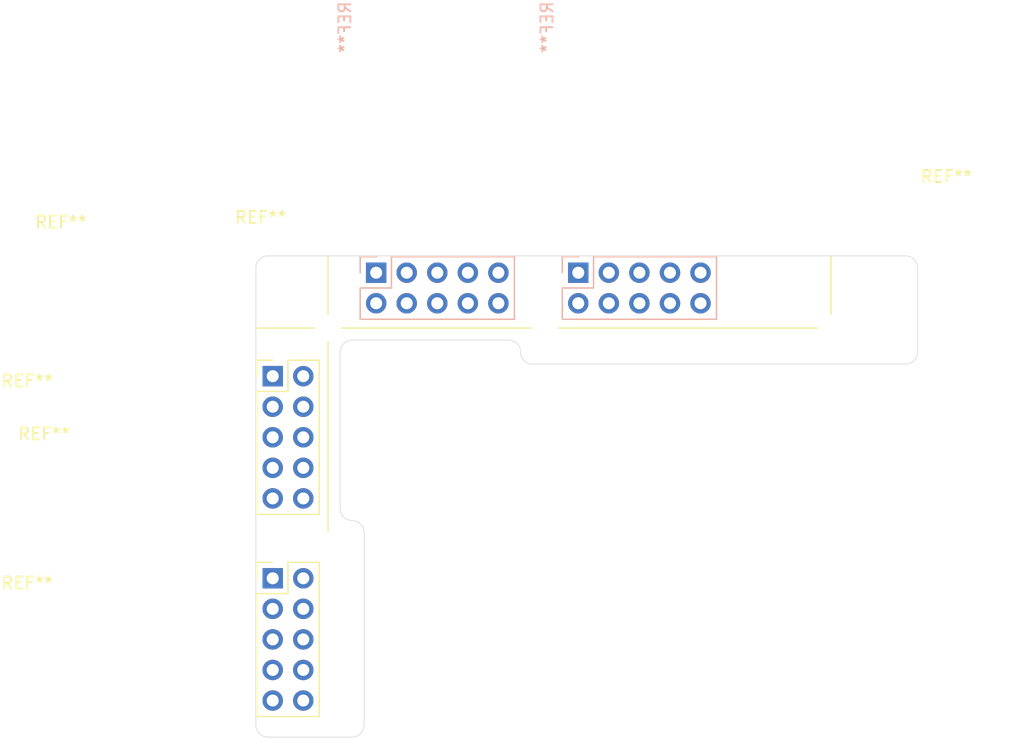
<source format=kicad_pcb>
(kicad_pcb (version 20171130) (host pcbnew 5.1.5-52549c5~84~ubuntu16.04.1)

  (general
    (thickness 1.6)
    (drawings 33)
    (tracks 0)
    (zones 0)
    (modules 8)
    (nets 1)
  )

  (page A4)
  (layers
    (0 F.Cu signal)
    (31 B.Cu signal)
    (32 B.Adhes user)
    (33 F.Adhes user)
    (34 B.Paste user)
    (35 F.Paste user)
    (36 B.SilkS user)
    (37 F.SilkS user)
    (38 B.Mask user)
    (39 F.Mask user)
    (40 Dwgs.User user)
    (41 Cmts.User user)
    (42 Eco1.User user)
    (43 Eco2.User user)
    (44 Edge.Cuts user)
    (45 Margin user)
    (46 B.CrtYd user)
    (47 F.CrtYd user)
    (48 B.Fab user)
    (49 F.Fab user)
  )

  (setup
    (last_trace_width 0.25)
    (trace_clearance 0.2)
    (zone_clearance 0.508)
    (zone_45_only no)
    (trace_min 0.2)
    (via_size 0.8)
    (via_drill 0.4)
    (via_min_size 0.4)
    (via_min_drill 0.3)
    (uvia_size 0.3)
    (uvia_drill 0.1)
    (uvias_allowed no)
    (uvia_min_size 0.2)
    (uvia_min_drill 0.1)
    (edge_width 0.05)
    (segment_width 0.2)
    (pcb_text_width 0.3)
    (pcb_text_size 1.5 1.5)
    (mod_edge_width 0.12)
    (mod_text_size 1 1)
    (mod_text_width 0.15)
    (pad_size 1.524 1.524)
    (pad_drill 0.762)
    (pad_to_mask_clearance 0.051)
    (solder_mask_min_width 0.25)
    (aux_axis_origin -394 -544)
    (grid_origin -394 -544)
    (visible_elements FFFFFF7F)
    (pcbplotparams
      (layerselection 0x010fc_ffffffff)
      (usegerberextensions false)
      (usegerberattributes false)
      (usegerberadvancedattributes false)
      (creategerberjobfile false)
      (excludeedgelayer true)
      (linewidth 0.100000)
      (plotframeref false)
      (viasonmask false)
      (mode 1)
      (useauxorigin false)
      (hpglpennumber 1)
      (hpglpenspeed 20)
      (hpglpendiameter 15.000000)
      (psnegative false)
      (psa4output false)
      (plotreference true)
      (plotvalue true)
      (plotinvisibletext false)
      (padsonsilk false)
      (subtractmaskfromsilk false)
      (outputformat 1)
      (mirror false)
      (drillshape 0)
      (scaleselection 1)
      (outputdirectory ""))
  )

  (net 0 "")

  (net_class Default "This is the default net class."
    (clearance 0.2)
    (trace_width 0.25)
    (via_dia 0.8)
    (via_drill 0.4)
    (uvia_dia 0.3)
    (uvia_drill 0.1)
  )

  (module MountingHole:MountingHole_2.2mm_M2 (layer F.Cu) (tedit 56D1B4CB) (tstamp 5E1AC4F6)
    (at -376 -544)
    (descr "Mounting Hole 2.2mm, no annular, M2")
    (tags "mounting hole 2.2mm no annular m2")
    (attr virtual)
    (fp_text reference REF** (at -23.6 -9.2) (layer F.SilkS)
      (effects (font (size 1 1) (thickness 0.15)))
    )
    (fp_text value MountingHole_2.2mm_M2 (at 0 3.2) (layer F.Fab)
      (effects (font (size 1 1) (thickness 0.15)))
    )
    (fp_text user %R (at 0.3 0) (layer F.Fab)
      (effects (font (size 1 1) (thickness 0.15)))
    )
    (fp_circle (center 0 0) (end 2.2 0) (layer Cmts.User) (width 0.15))
    (fp_circle (center 0 0) (end 2.45 0) (layer F.CrtYd) (width 0.05))
    (pad 1 np_thru_hole circle (at 0 0) (size 2.2 2.2) (drill 2.2) (layers *.Cu *.Mask))
  )

  (module Connector_PinHeader_2.54mm:PinHeader_2x05_P2.54mm_Vertical (layer F.Cu) (tedit 59FED5CC) (tstamp 5E1AC3F7)
    (at -398.6 -540)
    (descr "Through hole straight pin header, 2x05, 2.54mm pitch, double rows")
    (tags "Through hole pin header THT 2x05 2.54mm double row")
    (fp_text reference REF** (at -20.4 0.4) (layer F.SilkS)
      (effects (font (size 1 1) (thickness 0.15)))
    )
    (fp_text value PinHeader_2x05_P2.54mm_Vertical (at 1.27 9.95) (layer F.Fab)
      (effects (font (size 1 1) (thickness 0.15)))
    )
    (fp_line (start 0 -1.27) (end 3.81 -1.27) (layer F.Fab) (width 0.1))
    (fp_line (start 3.81 -1.27) (end 3.81 11.43) (layer F.Fab) (width 0.1))
    (fp_line (start 3.81 11.43) (end -1.27 11.43) (layer F.Fab) (width 0.1))
    (fp_line (start -1.27 11.43) (end -1.27 0) (layer F.Fab) (width 0.1))
    (fp_line (start -1.27 0) (end 0 -1.27) (layer F.Fab) (width 0.1))
    (fp_line (start -1.33 11.49) (end 3.87 11.49) (layer F.SilkS) (width 0.12))
    (fp_line (start -1.33 1.27) (end -1.33 11.49) (layer F.SilkS) (width 0.12))
    (fp_line (start 3.87 -1.33) (end 3.87 11.49) (layer F.SilkS) (width 0.12))
    (fp_line (start -1.33 1.27) (end 1.27 1.27) (layer F.SilkS) (width 0.12))
    (fp_line (start 1.27 1.27) (end 1.27 -1.33) (layer F.SilkS) (width 0.12))
    (fp_line (start 1.27 -1.33) (end 3.87 -1.33) (layer F.SilkS) (width 0.12))
    (fp_line (start -1.33 0) (end -1.33 -1.33) (layer F.SilkS) (width 0.12))
    (fp_line (start -1.33 -1.33) (end 0 -1.33) (layer F.SilkS) (width 0.12))
    (fp_line (start -1.8 -1.8) (end -1.8 11.95) (layer F.CrtYd) (width 0.05))
    (fp_line (start -1.8 11.95) (end 4.35 11.95) (layer F.CrtYd) (width 0.05))
    (fp_line (start 4.35 11.95) (end 4.35 -1.8) (layer F.CrtYd) (width 0.05))
    (fp_line (start 4.35 -1.8) (end -1.8 -1.8) (layer F.CrtYd) (width 0.05))
    (fp_text user %R (at 1.27 3.81 90) (layer F.Fab)
      (effects (font (size 1 1) (thickness 0.15)))
    )
    (pad 1 thru_hole rect (at 0 0) (size 1.7 1.7) (drill 1) (layers *.Cu *.Mask))
    (pad 2 thru_hole oval (at 2.54 0) (size 1.7 1.7) (drill 1) (layers *.Cu *.Mask))
    (pad 3 thru_hole oval (at 0 2.54) (size 1.7 1.7) (drill 1) (layers *.Cu *.Mask))
    (pad 4 thru_hole oval (at 2.54 2.54) (size 1.7 1.7) (drill 1) (layers *.Cu *.Mask))
    (pad 5 thru_hole oval (at 0 5.08) (size 1.7 1.7) (drill 1) (layers *.Cu *.Mask))
    (pad 6 thru_hole oval (at 2.54 5.08) (size 1.7 1.7) (drill 1) (layers *.Cu *.Mask))
    (pad 7 thru_hole oval (at 0 7.62) (size 1.7 1.7) (drill 1) (layers *.Cu *.Mask))
    (pad 8 thru_hole oval (at 2.54 7.62) (size 1.7 1.7) (drill 1) (layers *.Cu *.Mask))
    (pad 9 thru_hole oval (at 0 10.16) (size 1.7 1.7) (drill 1) (layers *.Cu *.Mask))
    (pad 10 thru_hole oval (at 2.54 10.16) (size 1.7 1.7) (drill 1) (layers *.Cu *.Mask))
    (model ${KISYS3DMOD}/Connector_PinHeader_2.54mm.3dshapes/PinHeader_2x05_P2.54mm_Vertical.wrl
      (at (xyz 0 0 0))
      (scale (xyz 1 1 1))
      (rotate (xyz 0 0 0))
    )
  )

  (module Connector_PinHeader_2.54mm:PinHeader_2x05_P2.54mm_Vertical (layer B.Cu) (tedit 59FED5CC) (tstamp 5E1AC397)
    (at -390 -548.6 270)
    (descr "Through hole straight pin header, 2x05, 2.54mm pitch, double rows")
    (tags "Through hole pin header THT 2x05 2.54mm double row")
    (fp_text reference REF** (at -20.4 2.6 270) (layer B.SilkS)
      (effects (font (size 1 1) (thickness 0.15)) (justify mirror))
    )
    (fp_text value PinHeader_2x05_P2.54mm_Vertical (at 1.27 -9.95 270) (layer B.Fab)
      (effects (font (size 1 1) (thickness 0.15)) (justify mirror))
    )
    (fp_line (start 0 1.27) (end 3.81 1.27) (layer B.Fab) (width 0.1))
    (fp_line (start 3.81 1.27) (end 3.81 -11.43) (layer B.Fab) (width 0.1))
    (fp_line (start 3.81 -11.43) (end -1.27 -11.43) (layer B.Fab) (width 0.1))
    (fp_line (start -1.27 -11.43) (end -1.27 0) (layer B.Fab) (width 0.1))
    (fp_line (start -1.27 0) (end 0 1.27) (layer B.Fab) (width 0.1))
    (fp_line (start -1.33 -11.49) (end 3.87 -11.49) (layer B.SilkS) (width 0.12))
    (fp_line (start -1.33 -1.27) (end -1.33 -11.49) (layer B.SilkS) (width 0.12))
    (fp_line (start 3.87 1.33) (end 3.87 -11.49) (layer B.SilkS) (width 0.12))
    (fp_line (start -1.33 -1.27) (end 1.27 -1.27) (layer B.SilkS) (width 0.12))
    (fp_line (start 1.27 -1.27) (end 1.27 1.33) (layer B.SilkS) (width 0.12))
    (fp_line (start 1.27 1.33) (end 3.87 1.33) (layer B.SilkS) (width 0.12))
    (fp_line (start -1.33 0) (end -1.33 1.33) (layer B.SilkS) (width 0.12))
    (fp_line (start -1.33 1.33) (end 0 1.33) (layer B.SilkS) (width 0.12))
    (fp_line (start -1.8 1.8) (end -1.8 -11.95) (layer B.CrtYd) (width 0.05))
    (fp_line (start -1.8 -11.95) (end 4.35 -11.95) (layer B.CrtYd) (width 0.05))
    (fp_line (start 4.35 -11.95) (end 4.35 1.8) (layer B.CrtYd) (width 0.05))
    (fp_line (start 4.35 1.8) (end -1.8 1.8) (layer B.CrtYd) (width 0.05))
    (fp_text user %R (at 1.27 -3.81) (layer B.Fab)
      (effects (font (size 1 1) (thickness 0.15)) (justify mirror))
    )
    (pad 1 thru_hole rect (at 0 0 270) (size 1.7 1.7) (drill 1) (layers *.Cu *.Mask))
    (pad 2 thru_hole oval (at 2.54 0 270) (size 1.7 1.7) (drill 1) (layers *.Cu *.Mask))
    (pad 3 thru_hole oval (at 0 -2.54 270) (size 1.7 1.7) (drill 1) (layers *.Cu *.Mask))
    (pad 4 thru_hole oval (at 2.54 -2.54 270) (size 1.7 1.7) (drill 1) (layers *.Cu *.Mask))
    (pad 5 thru_hole oval (at 0 -5.08 270) (size 1.7 1.7) (drill 1) (layers *.Cu *.Mask))
    (pad 6 thru_hole oval (at 2.54 -5.08 270) (size 1.7 1.7) (drill 1) (layers *.Cu *.Mask))
    (pad 7 thru_hole oval (at 0 -7.62 270) (size 1.7 1.7) (drill 1) (layers *.Cu *.Mask))
    (pad 8 thru_hole oval (at 2.54 -7.62 270) (size 1.7 1.7) (drill 1) (layers *.Cu *.Mask))
    (pad 9 thru_hole oval (at 0 -10.16 270) (size 1.7 1.7) (drill 1) (layers *.Cu *.Mask))
    (pad 10 thru_hole oval (at 2.54 -10.16 270) (size 1.7 1.7) (drill 1) (layers *.Cu *.Mask))
    (model ${KISYS3DMOD}/Connector_PinHeader_2.54mm.3dshapes/PinHeader_2x05_P2.54mm_Vertical.wrl
      (at (xyz 0 0 0))
      (scale (xyz 1 1 1))
      (rotate (xyz 0 0 0))
    )
  )

  (module MountingHole:MountingHole_2.2mm_M2 (layer F.Cu) (tedit 56D1B4CB) (tstamp 5E1AC25D)
    (at -394 -544)
    (descr "Mounting Hole 2.2mm, no annular, M2")
    (tags "mounting hole 2.2mm no annular m2")
    (attr virtual)
    (fp_text reference REF** (at -22.2 -8.8) (layer F.SilkS)
      (effects (font (size 1 1) (thickness 0.15)))
    )
    (fp_text value MountingHole_2.2mm_M2 (at 0 3.2) (layer F.Fab)
      (effects (font (size 1 1) (thickness 0.15)))
    )
    (fp_text user %R (at 0.3 0) (layer F.Fab)
      (effects (font (size 1 1) (thickness 0.15)))
    )
    (fp_circle (center 0 0) (end 2.2 0) (layer Cmts.User) (width 0.15))
    (fp_circle (center 0 0) (end 2.45 0) (layer F.CrtYd) (width 0.05))
    (pad 1 np_thru_hole circle (at 0 0) (size 2.2 2.2) (drill 2.2) (layers *.Cu *.Mask))
  )

  (module Connector_PinHeader_2.54mm:PinHeader_2x05_P2.54mm_Vertical (layer B.Cu) (tedit 59FED5CC) (tstamp 5E1AABEE)
    (at -373.2 -548.6 270)
    (descr "Through hole straight pin header, 2x05, 2.54mm pitch, double rows")
    (tags "Through hole pin header THT 2x05 2.54mm double row")
    (fp_text reference REF** (at -20.4 2.6 270) (layer B.SilkS)
      (effects (font (size 1 1) (thickness 0.15)) (justify mirror))
    )
    (fp_text value PinHeader_2x05_P2.54mm_Vertical (at 1.27 -9.95 270) (layer B.Fab)
      (effects (font (size 1 1) (thickness 0.15)) (justify mirror))
    )
    (fp_text user %R (at 1.27 -3.81) (layer B.Fab)
      (effects (font (size 1 1) (thickness 0.15)) (justify mirror))
    )
    (fp_line (start 4.35 1.8) (end -1.8 1.8) (layer B.CrtYd) (width 0.05))
    (fp_line (start 4.35 -11.95) (end 4.35 1.8) (layer B.CrtYd) (width 0.05))
    (fp_line (start -1.8 -11.95) (end 4.35 -11.95) (layer B.CrtYd) (width 0.05))
    (fp_line (start -1.8 1.8) (end -1.8 -11.95) (layer B.CrtYd) (width 0.05))
    (fp_line (start -1.33 1.33) (end 0 1.33) (layer B.SilkS) (width 0.12))
    (fp_line (start -1.33 0) (end -1.33 1.33) (layer B.SilkS) (width 0.12))
    (fp_line (start 1.27 1.33) (end 3.87 1.33) (layer B.SilkS) (width 0.12))
    (fp_line (start 1.27 -1.27) (end 1.27 1.33) (layer B.SilkS) (width 0.12))
    (fp_line (start -1.33 -1.27) (end 1.27 -1.27) (layer B.SilkS) (width 0.12))
    (fp_line (start 3.87 1.33) (end 3.87 -11.49) (layer B.SilkS) (width 0.12))
    (fp_line (start -1.33 -1.27) (end -1.33 -11.49) (layer B.SilkS) (width 0.12))
    (fp_line (start -1.33 -11.49) (end 3.87 -11.49) (layer B.SilkS) (width 0.12))
    (fp_line (start -1.27 0) (end 0 1.27) (layer B.Fab) (width 0.1))
    (fp_line (start -1.27 -11.43) (end -1.27 0) (layer B.Fab) (width 0.1))
    (fp_line (start 3.81 -11.43) (end -1.27 -11.43) (layer B.Fab) (width 0.1))
    (fp_line (start 3.81 1.27) (end 3.81 -11.43) (layer B.Fab) (width 0.1))
    (fp_line (start 0 1.27) (end 3.81 1.27) (layer B.Fab) (width 0.1))
    (pad 10 thru_hole oval (at 2.54 -10.16 270) (size 1.7 1.7) (drill 1) (layers *.Cu *.Mask))
    (pad 9 thru_hole oval (at 0 -10.16 270) (size 1.7 1.7) (drill 1) (layers *.Cu *.Mask))
    (pad 8 thru_hole oval (at 2.54 -7.62 270) (size 1.7 1.7) (drill 1) (layers *.Cu *.Mask))
    (pad 7 thru_hole oval (at 0 -7.62 270) (size 1.7 1.7) (drill 1) (layers *.Cu *.Mask))
    (pad 6 thru_hole oval (at 2.54 -5.08 270) (size 1.7 1.7) (drill 1) (layers *.Cu *.Mask))
    (pad 5 thru_hole oval (at 0 -5.08 270) (size 1.7 1.7) (drill 1) (layers *.Cu *.Mask))
    (pad 4 thru_hole oval (at 2.54 -2.54 270) (size 1.7 1.7) (drill 1) (layers *.Cu *.Mask))
    (pad 3 thru_hole oval (at 0 -2.54 270) (size 1.7 1.7) (drill 1) (layers *.Cu *.Mask))
    (pad 2 thru_hole oval (at 2.54 0 270) (size 1.7 1.7) (drill 1) (layers *.Cu *.Mask))
    (pad 1 thru_hole rect (at 0 0 270) (size 1.7 1.7) (drill 1) (layers *.Cu *.Mask))
    (model ${KISYS3DMOD}/Connector_PinHeader_2.54mm.3dshapes/PinHeader_2x05_P2.54mm_Vertical.wrl
      (at (xyz 0 0 0))
      (scale (xyz 1 1 1))
      (rotate (xyz 0 0 0))
    )
  )

  (module Connector_PinHeader_2.54mm:PinHeader_2x05_P2.54mm_Vertical (layer F.Cu) (tedit 59FED5CC) (tstamp 5E1AC125)
    (at -398.6 -523.2)
    (descr "Through hole straight pin header, 2x05, 2.54mm pitch, double rows")
    (tags "Through hole pin header THT 2x05 2.54mm double row")
    (fp_text reference REF** (at -20.4 0.4) (layer F.SilkS)
      (effects (font (size 1 1) (thickness 0.15)))
    )
    (fp_text value PinHeader_2x05_P2.54mm_Vertical (at 1.27 9.95) (layer F.Fab)
      (effects (font (size 1 1) (thickness 0.15)))
    )
    (fp_text user %R (at 1.27 3.81 90) (layer F.Fab)
      (effects (font (size 1 1) (thickness 0.15)))
    )
    (fp_line (start 4.35 -1.8) (end -1.8 -1.8) (layer F.CrtYd) (width 0.05))
    (fp_line (start 4.35 11.95) (end 4.35 -1.8) (layer F.CrtYd) (width 0.05))
    (fp_line (start -1.8 11.95) (end 4.35 11.95) (layer F.CrtYd) (width 0.05))
    (fp_line (start -1.8 -1.8) (end -1.8 11.95) (layer F.CrtYd) (width 0.05))
    (fp_line (start -1.33 -1.33) (end 0 -1.33) (layer F.SilkS) (width 0.12))
    (fp_line (start -1.33 0) (end -1.33 -1.33) (layer F.SilkS) (width 0.12))
    (fp_line (start 1.27 -1.33) (end 3.87 -1.33) (layer F.SilkS) (width 0.12))
    (fp_line (start 1.27 1.27) (end 1.27 -1.33) (layer F.SilkS) (width 0.12))
    (fp_line (start -1.33 1.27) (end 1.27 1.27) (layer F.SilkS) (width 0.12))
    (fp_line (start 3.87 -1.33) (end 3.87 11.49) (layer F.SilkS) (width 0.12))
    (fp_line (start -1.33 1.27) (end -1.33 11.49) (layer F.SilkS) (width 0.12))
    (fp_line (start -1.33 11.49) (end 3.87 11.49) (layer F.SilkS) (width 0.12))
    (fp_line (start -1.27 0) (end 0 -1.27) (layer F.Fab) (width 0.1))
    (fp_line (start -1.27 11.43) (end -1.27 0) (layer F.Fab) (width 0.1))
    (fp_line (start 3.81 11.43) (end -1.27 11.43) (layer F.Fab) (width 0.1))
    (fp_line (start 3.81 -1.27) (end 3.81 11.43) (layer F.Fab) (width 0.1))
    (fp_line (start 0 -1.27) (end 3.81 -1.27) (layer F.Fab) (width 0.1))
    (pad 10 thru_hole oval (at 2.54 10.16) (size 1.7 1.7) (drill 1) (layers *.Cu *.Mask))
    (pad 9 thru_hole oval (at 0 10.16) (size 1.7 1.7) (drill 1) (layers *.Cu *.Mask))
    (pad 8 thru_hole oval (at 2.54 7.62) (size 1.7 1.7) (drill 1) (layers *.Cu *.Mask))
    (pad 7 thru_hole oval (at 0 7.62) (size 1.7 1.7) (drill 1) (layers *.Cu *.Mask))
    (pad 6 thru_hole oval (at 2.54 5.08) (size 1.7 1.7) (drill 1) (layers *.Cu *.Mask))
    (pad 5 thru_hole oval (at 0 5.08) (size 1.7 1.7) (drill 1) (layers *.Cu *.Mask))
    (pad 4 thru_hole oval (at 2.54 2.54) (size 1.7 1.7) (drill 1) (layers *.Cu *.Mask))
    (pad 3 thru_hole oval (at 0 2.54) (size 1.7 1.7) (drill 1) (layers *.Cu *.Mask))
    (pad 2 thru_hole oval (at 2.54 0) (size 1.7 1.7) (drill 1) (layers *.Cu *.Mask))
    (pad 1 thru_hole rect (at 0 0) (size 1.7 1.7) (drill 1) (layers *.Cu *.Mask))
    (model ${KISYS3DMOD}/Connector_PinHeader_2.54mm.3dshapes/PinHeader_2x05_P2.54mm_Vertical.wrl
      (at (xyz 0 0 0))
      (scale (xyz 1 1 1))
      (rotate (xyz 0 0 0))
    )
  )

  (module MountingHole:MountingHole_2.2mm_M2 (layer F.Cu) (tedit 56D1B4CB) (tstamp 5E1AADE8)
    (at -352.2 -544)
    (descr "Mounting Hole 2.2mm, no annular, M2")
    (tags "mounting hole 2.2mm no annular m2")
    (attr virtual)
    (fp_text reference REF** (at 9.6 -12.6) (layer F.SilkS)
      (effects (font (size 1 1) (thickness 0.15)))
    )
    (fp_text value MountingHole_2.2mm_M2 (at 0 3.2) (layer F.Fab)
      (effects (font (size 1 1) (thickness 0.15)))
    )
    (fp_circle (center 0 0) (end 2.45 0) (layer F.CrtYd) (width 0.05))
    (fp_circle (center 0 0) (end 2.2 0) (layer Cmts.User) (width 0.15))
    (fp_text user %R (at 0.3 0) (layer F.Fab)
      (effects (font (size 1 1) (thickness 0.15)))
    )
    (pad 1 np_thru_hole circle (at 0 0) (size 2.2 2.2) (drill 2.2) (layers *.Cu *.Mask))
  )

  (module MountingHole:MountingHole_2.2mm_M2 (layer F.Cu) (tedit 56D1B4CB) (tstamp 5E1AC2CD)
    (at -394 -526)
    (descr "Mounting Hole 2.2mm, no annular, M2")
    (tags "mounting hole 2.2mm no annular m2")
    (attr virtual)
    (fp_text reference REF** (at -23.6 -9.2) (layer F.SilkS)
      (effects (font (size 1 1) (thickness 0.15)))
    )
    (fp_text value MountingHole_2.2mm_M2 (at 0 3.2) (layer F.Fab)
      (effects (font (size 1 1) (thickness 0.15)))
    )
    (fp_circle (center 0 0) (end 2.45 0) (layer F.CrtYd) (width 0.05))
    (fp_circle (center 0 0) (end 2.2 0) (layer Cmts.User) (width 0.15))
    (fp_text user %R (at 0.3 0) (layer F.Fab)
      (effects (font (size 1 1) (thickness 0.15)))
    )
    (pad 1 np_thru_hole circle (at 0 0) (size 2.2 2.2) (drill 2.2) (layers *.Cu *.Mask))
  )

  (dimension 1 (width 0.15) (layer Dwgs.User)
    (gr_text "1.000 mm" (at -407.3 -543.5 270) (layer Dwgs.User)
      (effects (font (size 1 1) (thickness 0.15)))
    )
    (feature1 (pts (xy -386.6 -543) (xy -406.586421 -543)))
    (feature2 (pts (xy -386.6 -544) (xy -406.586421 -544)))
    (crossbar (pts (xy -406 -544) (xy -406 -543)))
    (arrow1a (pts (xy -406 -543) (xy -406.586421 -544.126504)))
    (arrow1b (pts (xy -406 -543) (xy -405.413579 -544.126504)))
    (arrow2a (pts (xy -406 -544) (xy -406.586421 -542.873496)))
    (arrow2b (pts (xy -406 -544) (xy -405.413579 -542.873496)))
  )
  (dimension 3 (width 0.15) (layer Dwgs.User)
    (gr_text "3.000 mm" (at -337.5 -542.5 270) (layer Dwgs.User)
      (effects (font (size 1 1) (thickness 0.15)))
    )
    (feature1 (pts (xy -352.2 -541) (xy -338.213579 -541)))
    (feature2 (pts (xy -352.2 -544) (xy -338.213579 -544)))
    (crossbar (pts (xy -338.8 -544) (xy -338.8 -541)))
    (arrow1a (pts (xy -338.8 -541) (xy -339.386421 -542.126504)))
    (arrow1b (pts (xy -338.8 -541) (xy -338.213579 -542.126504)))
    (arrow2a (pts (xy -338.8 -544) (xy -339.386421 -542.873496)))
    (arrow2b (pts (xy -338.8 -544) (xy -338.213579 -542.873496)))
  )
  (dimension 18 (width 0.15) (layer Dwgs.User)
    (gr_text "18.000 mm" (at -385 -561.7) (layer Dwgs.User)
      (effects (font (size 1 1) (thickness 0.15)))
    )
    (feature1 (pts (xy -376 -544) (xy -376 -560.986421)))
    (feature2 (pts (xy -394 -544) (xy -394 -560.986421)))
    (crossbar (pts (xy -394 -560.4) (xy -376 -560.4)))
    (arrow1a (pts (xy -376 -560.4) (xy -377.126504 -559.813579)))
    (arrow1b (pts (xy -376 -560.4) (xy -377.126504 -560.986421)))
    (arrow2a (pts (xy -394 -560.4) (xy -392.873496 -559.813579)))
    (arrow2b (pts (xy -394 -560.4) (xy -392.873496 -560.986421)))
  )
  (dimension 18 (width 0.15) (layer Dwgs.User)
    (gr_text "18.000 mm" (at -413.7 -535 270) (layer Dwgs.User)
      (effects (font (size 1 1) (thickness 0.15)))
    )
    (feature1 (pts (xy -394 -526) (xy -412.986421 -526)))
    (feature2 (pts (xy -394 -544) (xy -412.986421 -544)))
    (crossbar (pts (xy -412.4 -544) (xy -412.4 -526)))
    (arrow1a (pts (xy -412.4 -526) (xy -412.986421 -527.126504)))
    (arrow1b (pts (xy -412.4 -526) (xy -411.813579 -527.126504)))
    (arrow2a (pts (xy -412.4 -544) (xy -412.986421 -542.873496)))
    (arrow2b (pts (xy -412.4 -544) (xy -411.813579 -542.873496)))
  )
  (dimension 41.8 (width 0.15) (layer Dwgs.User)
    (gr_text "41.800 mm" (at -373.1 -565.5) (layer Dwgs.User)
      (effects (font (size 1 1) (thickness 0.15)))
    )
    (feature1 (pts (xy -352.2 -544) (xy -352.2 -564.786421)))
    (feature2 (pts (xy -394 -544) (xy -394 -564.786421)))
    (crossbar (pts (xy -394 -564.2) (xy -352.2 -564.2)))
    (arrow1a (pts (xy -352.2 -564.2) (xy -353.326504 -563.613579)))
    (arrow1b (pts (xy -352.2 -564.2) (xy -353.326504 -564.786421)))
    (arrow2a (pts (xy -394 -564.2) (xy -392.873496 -563.613579)))
    (arrow2b (pts (xy -394 -564.2) (xy -392.873496 -564.786421)))
  )
  (gr_line (start -400 -548.6) (end -345 -548.6) (layer Dwgs.User) (width 0.15))
  (gr_line (start -398.6 -550) (end -398.6 -510) (layer Dwgs.User) (width 0.15) (tstamp 5E1AB2D1))
  (gr_arc (start -346 -542) (end -346 -541) (angle -90) (layer Edge.Cuts) (width 0.05) (tstamp 5E1A9A55))
  (gr_arc (start -346 -549) (end -345 -549) (angle -90) (layer Edge.Cuts) (width 0.05) (tstamp 5E1A9A55))
  (gr_arc (start -399 -549) (end -399 -550) (angle -90) (layer Edge.Cuts) (width 0.05) (tstamp 5E1A9A55))
  (gr_arc (start -399 -511) (end -400 -511) (angle -90) (layer Edge.Cuts) (width 0.05) (tstamp 5E1A9A55))
  (gr_arc (start -392 -511) (end -392 -510) (angle -90) (layer Edge.Cuts) (width 0.05) (tstamp 5E1A9A55))
  (gr_arc (start -392 -529) (end -393 -529) (angle -90) (layer Edge.Cuts) (width 0.05) (tstamp 5E1A9A55))
  (gr_arc (start -392 -527) (end -391 -527) (angle -90) (layer Edge.Cuts) (width 0.05) (tstamp 5E1A9A55))
  (gr_arc (start -392 -542) (end -392 -543) (angle -90) (layer Edge.Cuts) (width 0.05) (tstamp 5E1A9A55))
  (gr_arc (start -379 -542) (end -378 -542) (angle -90) (layer Edge.Cuts) (width 0.05) (tstamp 5E1A9A48))
  (gr_arc (start -377 -542) (end -378 -542) (angle -90) (layer Edge.Cuts) (width 0.05))
  (gr_line (start -393 -542) (end -393 -529) (layer Edge.Cuts) (width 0.05))
  (gr_line (start -379 -543) (end -392 -543) (layer Edge.Cuts) (width 0.05))
  (gr_circle (center -394 -526) (end -393.8 -526) (layer F.SilkS) (width 0.12) (tstamp 5E1A3595))
  (gr_line (start -394 -543.8) (end -394 -526.2) (layer F.SilkS) (width 0.12) (tstamp 5E1A3488))
  (gr_line (start -352.2 -544.2) (end -352.2 -550) (layer F.SilkS) (width 0.12))
  (gr_line (start -393.8 -544) (end -352.4 -544) (layer F.SilkS) (width 0.12) (tstamp 5E1A33FC))
  (gr_circle (center -352.2 -544) (end -352 -544) (layer F.SilkS) (width 0.12) (tstamp 5E0D842F))
  (gr_circle (center -394 -544) (end -393.8 -544) (layer F.SilkS) (width 0.12))
  (gr_line (start -394 -550) (end -394 -544.2) (layer F.SilkS) (width 0.12))
  (gr_line (start -400 -544) (end -394.2 -544) (layer F.SilkS) (width 0.12))
  (gr_line (start -400 -511) (end -400 -549) (layer Edge.Cuts) (width 0.05) (tstamp 5E0D83E2))
  (gr_line (start -392 -510) (end -399 -510) (layer Edge.Cuts) (width 0.05))
  (gr_line (start -391 -527) (end -391 -511) (layer Edge.Cuts) (width 0.05))
  (gr_line (start -346 -541) (end -377 -541) (layer Edge.Cuts) (width 0.05))
  (gr_line (start -345 -549) (end -345 -542) (layer Edge.Cuts) (width 0.05))
  (gr_line (start -399 -550) (end -346 -550) (layer Edge.Cuts) (width 0.05))

)

</source>
